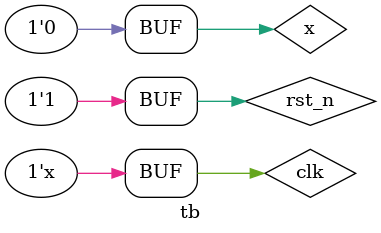
<source format=v>
`timescale 1ns / 1ps
module tb;
  reg clk, rst_n, x;
  wire z;
  
  tb_fsm_moore sd(clk, rst_n, x, z);
  initial clk = 0;   
  always #2 clk = ~clk;
    
  initial begin
    x = 0;
    #10 rst_n = 0;
    #20 rst_n = 1;
    
    #10 x = 1;
    #10 x = 1;
    #10 x = 0;
    #10 x = 1;
    #10 x = 0;
    #10 x = 1;
    #10 x = 0;
    #10 x = 1;
    #10 x = 1;
    #10 x = 1;
    #10 x = 0;
    #10 x = 1;
    #10 x = 0;
    #10 x = 1;
    #10 x = 0;
    #10;
    
  end
  
  initial begin
    // Dump waves
    $dumpfile("dump.vcd");
    $dumpvars(0);
  end
endmodule
</source>
